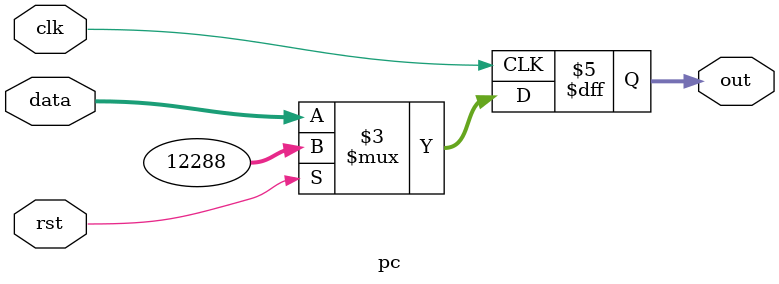
<source format=v>
/**
 * PC - Programme counter
 * @module_name pc
 * @author Yongting Chen <yongting.chen@ucdconnect.ie>
 */

module pc(
  input wire clk,
  input wire rst,
  input wire [31:0] data,
  output reg [31:0] out
);
  always @(posedge clk) begin // PC is a sequential logic
    if (rst) begin
      out[31:0] <= {32'h0000_3000};
    end else begin
      out <= data;
    end
  end
endmodule

</source>
